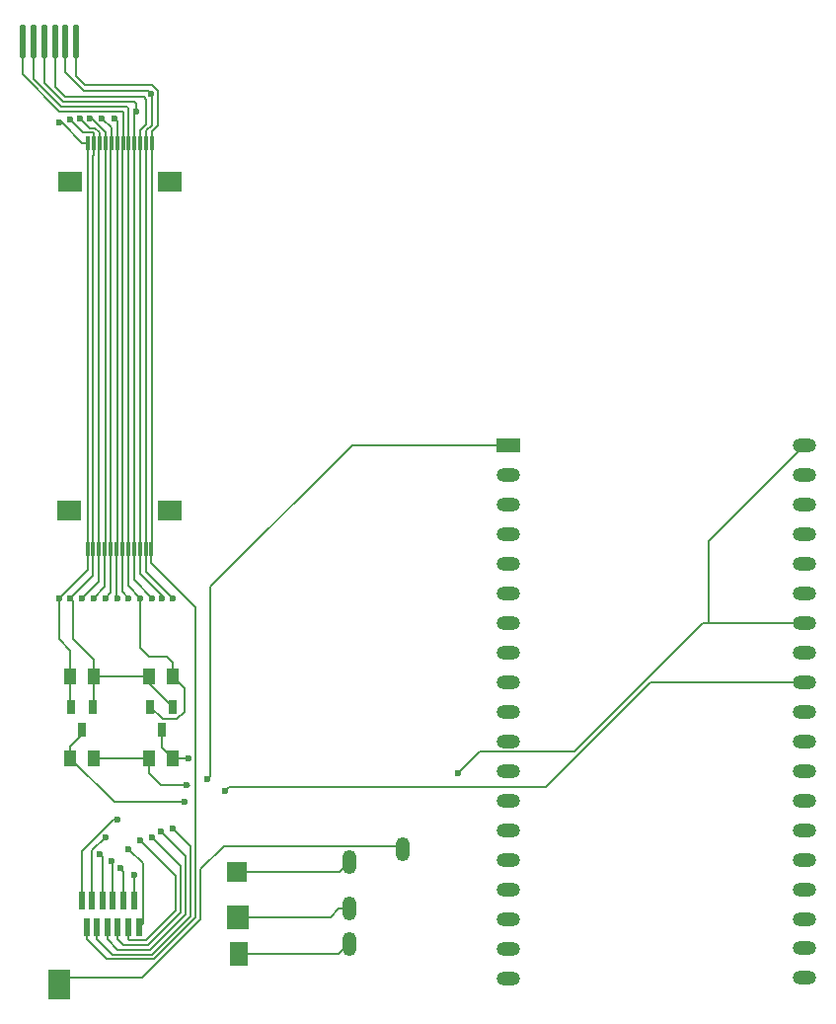
<source format=gbr>
%TF.GenerationSoftware,KiCad,Pcbnew,8.0.4*%
%TF.CreationDate,2025-09-19T21:11:49+01:00*%
%TF.ProjectId,devboard,64657662-6f61-4726-942e-6b696361645f,rev?*%
%TF.SameCoordinates,Original*%
%TF.FileFunction,Copper,L1,Top*%
%TF.FilePolarity,Positive*%
%FSLAX46Y46*%
G04 Gerber Fmt 4.6, Leading zero omitted, Abs format (unit mm)*
G04 Created by KiCad (PCBNEW 8.0.4) date 2025-09-19 21:11:49*
%MOMM*%
%LPD*%
G01*
G04 APERTURE LIST*
G04 Aperture macros list*
%AMRoundRect*
0 Rectangle with rounded corners*
0 $1 Rounding radius*
0 $2 $3 $4 $5 $6 $7 $8 $9 X,Y pos of 4 corners*
0 Add a 4 corners polygon primitive as box body*
4,1,4,$2,$3,$4,$5,$6,$7,$8,$9,$2,$3,0*
0 Add four circle primitives for the rounded corners*
1,1,$1+$1,$2,$3*
1,1,$1+$1,$4,$5*
1,1,$1+$1,$6,$7*
1,1,$1+$1,$8,$9*
0 Add four rect primitives between the rounded corners*
20,1,$1+$1,$2,$3,$4,$5,0*
20,1,$1+$1,$4,$5,$6,$7,0*
20,1,$1+$1,$6,$7,$8,$9,0*
20,1,$1+$1,$8,$9,$2,$3,0*%
G04 Aperture macros list end*
%TA.AperFunction,SMDPad,CuDef*%
%ADD10R,1.132537X1.377013*%
%TD*%
%TA.AperFunction,ComponentPad*%
%ADD11R,2.000000X1.200000*%
%TD*%
%TA.AperFunction,ComponentPad*%
%ADD12O,2.000000X1.200000*%
%TD*%
%TA.AperFunction,SMDPad,CuDef*%
%ADD13R,1.775000X1.700000*%
%TD*%
%TA.AperFunction,SMDPad,CuDef*%
%ADD14R,1.925000X2.125000*%
%TD*%
%TA.AperFunction,SMDPad,CuDef*%
%ADD15R,1.900000X2.600000*%
%TD*%
%TA.AperFunction,SMDPad,CuDef*%
%ADD16R,1.625000X2.025000*%
%TD*%
%TA.AperFunction,SMDPad,CuDef*%
%ADD17R,0.600000X1.600000*%
%TD*%
%TA.AperFunction,SMDPad,CuDef*%
%ADD18R,0.700000X1.250013*%
%TD*%
%TA.AperFunction,SMDPad,CuDef*%
%ADD19RoundRect,0.117500X0.117500X1.332500X-0.117500X1.332500X-0.117500X-1.332500X0.117500X-1.332500X0*%
%TD*%
%TA.AperFunction,SMDPad,CuDef*%
%ADD20R,0.300000X1.200000*%
%TD*%
%TA.AperFunction,SMDPad,CuDef*%
%ADD21R,2.000000X1.800000*%
%TD*%
%TA.AperFunction,ComponentPad*%
%ADD22O,1.200000X2.100000*%
%TD*%
%TA.AperFunction,ViaPad*%
%ADD23C,0.600000*%
%TD*%
%TA.AperFunction,Conductor*%
%ADD24C,0.200000*%
%TD*%
G04 APERTURE END LIST*
D10*
%TO.P,R2,1,1*%
%TO.N,/PSPRX*%
X164750000Y-107500000D03*
%TO.P,R2,2,2*%
%TO.N,/PSP_UART_VCC*%
X166750000Y-107500000D03*
%TD*%
D11*
%TO.P,U7,1,3V3*%
%TO.N,/OUT_UART_VCC*%
X202350000Y-87610000D03*
D12*
%TO.P,U7,2,CHIP_PU*%
%TO.N,unconnected-(U7-CHIP_PU-Pad2)*%
X202350000Y-90150000D03*
%TO.P,U7,3,SENSOR_VP/GPIO36/ADC1_CH0*%
%TO.N,unconnected-(U7-SENSOR_VP{slash}GPIO36{slash}ADC1_CH0-Pad3)*%
X202350000Y-92690000D03*
%TO.P,U7,4,SENSOR_VN/GPIO39/ADC1_CH3*%
%TO.N,unconnected-(U7-SENSOR_VN{slash}GPIO39{slash}ADC1_CH3-Pad4)*%
X202350000Y-95230000D03*
%TO.P,U7,5,VDET_1/GPIO34/ADC1_CH6*%
%TO.N,unconnected-(U7-VDET_1{slash}GPIO34{slash}ADC1_CH6-Pad5)*%
X202350000Y-97770000D03*
%TO.P,U7,6,VDET_2/GPIO35/ADC1_CH7*%
%TO.N,unconnected-(U7-VDET_2{slash}GPIO35{slash}ADC1_CH7-Pad6)*%
X202350000Y-100310000D03*
%TO.P,U7,7,32K_XP/GPIO32/ADC1_CH4*%
%TO.N,unconnected-(U7-32K_XP{slash}GPIO32{slash}ADC1_CH4-Pad7)*%
X202350000Y-102850000D03*
%TO.P,U7,8,32K_XN/GPIO33/ADC1_CH5*%
%TO.N,unconnected-(U7-32K_XN{slash}GPIO33{slash}ADC1_CH5-Pad8)*%
X202350000Y-105390000D03*
%TO.P,U7,9,DAC_1/ADC2_CH8/GPIO25*%
%TO.N,unconnected-(U7-DAC_1{slash}ADC2_CH8{slash}GPIO25-Pad9)*%
X202350000Y-107930000D03*
%TO.P,U7,10,DAC_2/ADC2_CH9/GPIO26*%
%TO.N,unconnected-(U7-DAC_2{slash}ADC2_CH9{slash}GPIO26-Pad10)*%
X202350000Y-110470000D03*
%TO.P,U7,11,ADC2_CH7/GPIO27*%
%TO.N,unconnected-(U7-ADC2_CH7{slash}GPIO27-Pad11)*%
X202350000Y-113010000D03*
%TO.P,U7,12,MTMS/GPIO14/ADC2_CH6*%
%TO.N,unconnected-(U7-MTMS{slash}GPIO14{slash}ADC2_CH6-Pad12)*%
X202350000Y-115550000D03*
%TO.P,U7,13,MTDI/GPIO12/ADC2_CH5*%
%TO.N,unconnected-(U7-MTDI{slash}GPIO12{slash}ADC2_CH5-Pad13)*%
X202350000Y-118090000D03*
%TO.P,U7,14,GND*%
%TO.N,/GND*%
X202350000Y-120630000D03*
%TO.P,U7,15,MTCK/GPIO13/ADC2_CH4*%
%TO.N,unconnected-(U7-MTCK{slash}GPIO13{slash}ADC2_CH4-Pad15)*%
X202350000Y-123170000D03*
%TO.P,U7,16,SD_DATA2/GPIO9*%
%TO.N,unconnected-(U7-SD_DATA2{slash}GPIO9-Pad16)*%
X202350000Y-125710000D03*
%TO.P,U7,17,SD_DATA3/GPIO10*%
%TO.N,unconnected-(U7-SD_DATA3{slash}GPIO10-Pad17)*%
X202350000Y-128250000D03*
%TO.P,U7,18,CMD*%
%TO.N,unconnected-(U7-CMD-Pad18)*%
X202350000Y-130790000D03*
%TO.P,U7,19,5V*%
%TO.N,unconnected-(U7-5V-Pad19)*%
X202350000Y-133330000D03*
%TO.P,U7,20,SD_CLK/GPIO6*%
%TO.N,unconnected-(U7-SD_CLK{slash}GPIO6-Pad20)*%
X227746320Y-133327280D03*
%TO.P,U7,21,SD_DATA0/GPIO7*%
%TO.N,unconnected-(U7-SD_DATA0{slash}GPIO7-Pad21)*%
X227746320Y-130787280D03*
%TO.P,U7,22,SD_DATA1/GPIO8*%
%TO.N,unconnected-(U7-SD_DATA1{slash}GPIO8-Pad22)*%
X227750000Y-128250000D03*
%TO.P,U7,23,MTDO/GPIO15/ADC2_CH3*%
%TO.N,unconnected-(U7-MTDO{slash}GPIO15{slash}ADC2_CH3-Pad23)*%
X227750000Y-125710000D03*
%TO.P,U7,24,ADC2_CH2/GPIO2*%
%TO.N,unconnected-(U7-ADC2_CH2{slash}GPIO2-Pad24)*%
X227750000Y-123170000D03*
%TO.P,U7,25,GPIO0/BOOT/ADC2_CH1*%
%TO.N,unconnected-(U7-GPIO0{slash}BOOT{slash}ADC2_CH1-Pad25)*%
X227750000Y-120630000D03*
%TO.P,U7,26,ADC2_CH0/GPIO4*%
%TO.N,unconnected-(U7-ADC2_CH0{slash}GPIO4-Pad26)*%
X227750000Y-118090000D03*
%TO.P,U7,27,GPIO16*%
%TO.N,/OUT_PSPTX*%
X227750000Y-115550000D03*
%TO.P,U7,28,GPIO17*%
%TO.N,unconnected-(U7-GPIO17-Pad28)*%
X227750000Y-113010000D03*
%TO.P,U7,29,GPIO5*%
%TO.N,unconnected-(U7-GPIO5-Pad29)*%
X227750000Y-110470000D03*
%TO.P,U7,30,GPIO18*%
%TO.N,/OUT_PSPRX*%
X227750000Y-107930000D03*
%TO.P,U7,31,GPIO19*%
%TO.N,unconnected-(U7-GPIO19-Pad31)*%
X227750000Y-105390000D03*
%TO.P,U7,32,GND*%
%TO.N,/GND*%
X227750000Y-102850000D03*
%TO.P,U7,33,GPIO21*%
%TO.N,unconnected-(U7-GPIO21-Pad33)*%
X227750000Y-100310000D03*
%TO.P,U7,34,U0RXD/GPIO3*%
%TO.N,unconnected-(U7-U0RXD{slash}GPIO3-Pad34)*%
X227750000Y-97770000D03*
%TO.P,U7,35,U0TXD/GPIO1*%
%TO.N,unconnected-(U7-U0TXD{slash}GPIO1-Pad35)*%
X227750000Y-95230000D03*
%TO.P,U7,36,GPIO22*%
%TO.N,unconnected-(U7-GPIO22-Pad36)*%
X227750000Y-92690000D03*
%TO.P,U7,37,GPIO23*%
%TO.N,unconnected-(U7-GPIO23-Pad37)*%
X227750000Y-90150000D03*
%TO.P,U7,38,GND*%
%TO.N,/GND*%
X227750000Y-87610000D03*
%TD*%
D10*
%TO.P,R1,1,1*%
%TO.N,/OUT_PSPRX*%
X164750000Y-114500000D03*
%TO.P,R1,2,2*%
%TO.N,/OUT_UART_VCC*%
X166750000Y-114500000D03*
%TD*%
D13*
%TO.P,U6,1,1*%
%TO.N,/audio1*%
X179009706Y-124225000D03*
D14*
%TO.P,U6,2,2*%
%TO.N,/audio2*%
X179084706Y-128087500D03*
D15*
%TO.P,U6,3,3*%
%TO.N,/audio3*%
X163772206Y-133875000D03*
D16*
%TO.P,U6,4,4*%
%TO.N,/audio4*%
X179234706Y-131262500D03*
D17*
%TO.P,U6,5,MIC*%
%TO.N,/PSPMICIN*%
X170622206Y-129000000D03*
%TO.P,U6,6,RMC_RXD*%
%TO.N,/PSPTX*%
X169722206Y-129000000D03*
%TO.P,U6,7,DGND*%
%TO.N,/GND*%
X168822206Y-129000000D03*
%TO.P,U6,8,Y*%
%TO.N,/LUMA_Y*%
X167922206Y-129000000D03*
%TO.P,U6,9,VGND*%
%TO.N,/GND*%
X167022206Y-129000000D03*
%TO.P,U6,10,Cr*%
%TO.N,/RED_LUMA_PR*%
X166122206Y-129000000D03*
%TO.P,U6,11,RMC_TXD*%
%TO.N,/PSPRX*%
X170197206Y-126675000D03*
%TO.P,U6,12,RMC_VCC*%
%TO.N,/PSP_UART_VCC*%
X169297206Y-126675000D03*
%TO.P,U6,13,Vid_Detect*%
%TO.N,/PSP_VIDEO_DETECT*%
X168397206Y-126675000D03*
%TO.P,U6,14,Wake*%
%TO.N,/PSP_WAKE*%
X167497206Y-126675000D03*
%TO.P,U6,15,Cb*%
%TO.N,/PSP_BLUE_LUME_PB*%
X166597206Y-126675000D03*
%TO.P,U6,16,VGND*%
%TO.N,/GND*%
X165697206Y-126675000D03*
%TD*%
D18*
%TO.P,U5,1,G*%
%TO.N,/PSP_UART_VCC*%
X173500000Y-110050038D03*
%TO.P,U5,2,S*%
%TO.N,/PSPTX*%
X171600076Y-110050038D03*
%TO.P,U5,3,D*%
%TO.N,/OUT_PSPTX*%
X172550038Y-112050038D03*
%TD*%
%TO.P,U4,1,G*%
%TO.N,/PSP_UART_VCC*%
X166699962Y-110050038D03*
%TO.P,U4,2,S*%
%TO.N,/PSPRX*%
X164800038Y-110050038D03*
%TO.P,U4,3,D*%
%TO.N,/OUT_PSPRX*%
X165750000Y-112050038D03*
%TD*%
D10*
%TO.P,R3,1,1*%
%TO.N,/PSPTX*%
X173500000Y-107500000D03*
%TO.P,R3,2,2*%
%TO.N,/PSP_UART_VCC*%
X171500000Y-107500000D03*
%TD*%
D19*
%TO.P,U1,1,MIC_IN*%
%TO.N,/PSPMICIN*%
X160650000Y-53000000D03*
%TO.P,U1,2,UART4_TX*%
%TO.N,/PSPTX*%
X161570000Y-53000000D03*
%TO.P,U1,3,UART_GND*%
%TO.N,/GND*%
X162490000Y-53000000D03*
%TO.P,U1,4,LUMA_(Y)*%
%TO.N,/LUMA_Y*%
X163410000Y-53000000D03*
%TO.P,U1,5,VIDEO_GND*%
%TO.N,/GND*%
X164330000Y-53000000D03*
%TO.P,U1,6,RED/LUMA_(Pr)*%
%TO.N,/RED_LUMA_PR*%
X165250000Y-53000000D03*
%TD*%
D20*
%TO.P,U2,1,1*%
%TO.N,/RED_LUMA_PR*%
X171750064Y-61754001D03*
%TO.P,U2,2,2*%
%TO.N,/GND*%
X171249936Y-61754001D03*
%TO.P,U2,3,3*%
%TO.N,/LUMA_Y*%
X170750064Y-61754001D03*
%TO.P,U2,4,4*%
%TO.N,/GND*%
X170249936Y-61754001D03*
%TO.P,U2,5,5*%
%TO.N,/PSPTX*%
X169750064Y-61754001D03*
%TO.P,U2,6,6*%
%TO.N,/PSPMICIN*%
X169249936Y-61754001D03*
%TO.P,U2,7,7*%
%TO.N,/GND*%
X168750064Y-61754001D03*
%TO.P,U2,8,8*%
%TO.N,/PSP_BLUE_LUME_PB*%
X168249936Y-61754001D03*
%TO.P,U2,9,9*%
%TO.N,/PSP_WAKE*%
X167750064Y-61754001D03*
%TO.P,U2,10,10*%
%TO.N,/PSP_VIDEO_DETECT*%
X167249936Y-61754001D03*
%TO.P,U2,11,11*%
%TO.N,/PSP_UART_VCC*%
X166750064Y-61754001D03*
%TO.P,U2,12,12*%
%TO.N,/PSPRX*%
X166249936Y-61754001D03*
D21*
%TO.P,U2,13,13*%
%TO.N,unconnected-(U2-Pad13)*%
X164700025Y-65003937D03*
%TO.P,U2,14,14*%
%TO.N,unconnected-(U2-Pad14)*%
X173299975Y-65003937D03*
%TD*%
D10*
%TO.P,R4,1,1*%
%TO.N,/OUT_PSPTX*%
X173500000Y-114500000D03*
%TO.P,R4,2,2*%
%TO.N,/OUT_UART_VCC*%
X171500000Y-114500000D03*
%TD*%
D20*
%TO.P,U3,1,1*%
%TO.N,/PSPRX*%
X166199961Y-96499936D03*
%TO.P,U3,2,2*%
%TO.N,/PSP_UART_VCC*%
X166700089Y-96499936D03*
%TO.P,U3,3,3*%
%TO.N,/PSP_VIDEO_DETECT*%
X167199961Y-96499936D03*
%TO.P,U3,4,4*%
%TO.N,/PSP_WAKE*%
X167700089Y-96499936D03*
%TO.P,U3,5,5*%
%TO.N,/PSP_BLUE_LUME_PB*%
X168199961Y-96499936D03*
%TO.P,U3,6,6*%
%TO.N,/GND*%
X168700089Y-96499936D03*
%TO.P,U3,7,7*%
%TO.N,/PSPMICIN*%
X169199961Y-96499936D03*
%TO.P,U3,8,8*%
%TO.N,/PSPTX*%
X169700089Y-96499936D03*
%TO.P,U3,9,9*%
%TO.N,/GND*%
X170199961Y-96499936D03*
%TO.P,U3,10,10*%
%TO.N,/LUMA_Y*%
X170700089Y-96499936D03*
%TO.P,U3,11,11*%
%TO.N,/GND*%
X171199961Y-96499936D03*
%TO.P,U3,12,12*%
%TO.N,/RED_LUMA_PR*%
X171700089Y-96499936D03*
D21*
%TO.P,U3,13,13*%
%TO.N,unconnected-(U3-Pad13)*%
X173250000Y-93250000D03*
%TO.P,U3,14,14*%
%TO.N,unconnected-(U3-Pad14)*%
X164650050Y-93250000D03*
%TD*%
D22*
%TO.P,U8,A,A*%
%TO.N,/audio3*%
X193240387Y-122299975D03*
%TO.P,U8,B,B*%
%TO.N,/audio4*%
X188640437Y-130400051D03*
%TO.P,U8,C,C*%
%TO.N,/audio2*%
X188640437Y-127400051D03*
%TO.P,U8,D,D*%
%TO.N,/audio1*%
X188640437Y-123400051D03*
%TD*%
D23*
%TO.N,/OUT_UART_VCC*%
X174750000Y-116750000D03*
X176500000Y-116250000D03*
%TO.N,/OUT_PSPRX*%
X178000000Y-117250000D03*
X174500000Y-118250000D03*
%TO.N,/PSPRX*%
X170250000Y-124500000D03*
X163750000Y-60000000D03*
X163750000Y-100750000D03*
%TO.N,/PSP_UART_VCC*%
X164750000Y-100750000D03*
X169000000Y-123900000D03*
X164750000Y-59750000D03*
%TO.N,/PSPTX*%
X170750000Y-100750000D03*
X170750000Y-121500000D03*
%TO.N,/OUT_PSPTX*%
X174900000Y-114500000D03*
%TO.N,/PSP_BLUE_LUME_PB*%
X167750000Y-121250000D03*
X167750000Y-100750000D03*
X167425834Y-59600000D03*
%TO.N,/PSP_WAKE*%
X167250000Y-122700000D03*
X166750000Y-100750000D03*
X166384341Y-59600000D03*
%TO.N,/GND*%
X168500000Y-59600000D03*
X168750000Y-100750000D03*
X171750000Y-100750000D03*
X171750000Y-121250000D03*
X168750000Y-119750000D03*
X171650000Y-57500000D03*
X198000000Y-115750000D03*
X170350064Y-59000000D03*
X173500000Y-120500000D03*
X173500000Y-100750000D03*
%TO.N,/PSP_VIDEO_DETECT*%
X168250000Y-123300000D03*
X165750000Y-100750000D03*
X165535813Y-59600000D03*
%TO.N,/LUMA_Y*%
X172500000Y-120750000D03*
X172550003Y-100750000D03*
%TO.N,/PSPMICIN*%
X169750000Y-122250000D03*
X169750000Y-100750000D03*
%TD*%
D24*
%TO.N,/OUT_UART_VCC*%
X171500000Y-114500000D02*
X171500000Y-115750000D01*
X176500000Y-116250000D02*
X176750000Y-116000000D01*
X166750000Y-114500000D02*
X171500000Y-114500000D01*
X188890000Y-87610000D02*
X202350000Y-87610000D01*
X176750000Y-116000000D02*
X176750000Y-99750000D01*
X171500000Y-115750000D02*
X172500000Y-116750000D01*
X176750000Y-99750000D02*
X188890000Y-87610000D01*
X172500000Y-116750000D02*
X175000000Y-116750000D01*
%TO.N,/OUT_PSPRX*%
X214500000Y-107930000D02*
X227750000Y-107930000D01*
X165750000Y-112050038D02*
X165750000Y-112500000D01*
X164750000Y-113500000D02*
X164750000Y-114500000D01*
X168500000Y-118250000D02*
X174500000Y-118250000D01*
X178000000Y-117250000D02*
X178310000Y-116940000D01*
X165750000Y-112500000D02*
X164750000Y-113500000D01*
X205490000Y-116940000D02*
X214500000Y-107930000D01*
X164750000Y-114500000D02*
X168500000Y-118250000D01*
X178310000Y-116940000D02*
X205490000Y-116940000D01*
%TO.N,/PSPRX*%
X163750000Y-60000000D02*
X164000000Y-60000000D01*
X170197206Y-126675000D02*
X170197206Y-124552794D01*
X164750000Y-110000000D02*
X164800038Y-110050038D01*
X164000000Y-60000000D02*
X165754001Y-61754001D01*
X163750000Y-104250000D02*
X163750000Y-100750000D01*
X165754001Y-61754001D02*
X166249936Y-61754001D01*
X166199961Y-61803976D02*
X166249936Y-61754001D01*
X166199961Y-98300039D02*
X166199961Y-96499936D01*
X164750000Y-107500000D02*
X164750000Y-110000000D01*
X164750000Y-107500000D02*
X164750000Y-105250000D01*
X170197206Y-124552794D02*
X170250000Y-124500000D01*
X164750000Y-105250000D02*
X163750000Y-104250000D01*
X163750000Y-100750000D02*
X166199961Y-98300039D01*
X166199961Y-96499936D02*
X166199961Y-61803976D01*
%TO.N,/PSP_UART_VCC*%
X169297206Y-124197206D02*
X169000000Y-123900000D01*
X166750064Y-61754001D02*
X166750064Y-62749936D01*
X164750000Y-100750000D02*
X165000000Y-101000000D01*
X164750000Y-59750000D02*
X165854001Y-60854001D01*
X165000000Y-104250000D02*
X166750000Y-106000000D01*
X171500000Y-107500000D02*
X166750000Y-107500000D01*
X171500000Y-107500000D02*
X171500000Y-108050038D01*
X164750000Y-100750000D02*
X166700089Y-98799911D01*
X166750064Y-62749936D02*
X166700089Y-62799911D01*
X166750000Y-106000000D02*
X166750000Y-107500000D01*
X166699936Y-60854001D02*
X166750064Y-60904129D01*
X171500000Y-108050038D02*
X173500000Y-110050038D01*
X166750000Y-107500000D02*
X166750000Y-110000000D01*
X166750000Y-110000000D02*
X166699962Y-110050038D01*
X166750064Y-60904129D02*
X166750064Y-61754001D01*
X165854001Y-60854001D02*
X166699936Y-60854001D01*
X165000000Y-101000000D02*
X165000000Y-104250000D01*
X166700089Y-62799911D02*
X166700089Y-96499936D01*
X169297206Y-126675000D02*
X169297206Y-124197206D01*
X166700089Y-98799911D02*
X166700089Y-96499936D01*
%TO.N,/PSPTX*%
X171222206Y-130100000D02*
X173812705Y-127509501D01*
X171500000Y-109949962D02*
X171600076Y-110050038D01*
X172675070Y-111125032D02*
X173874968Y-111125032D01*
X169600000Y-58600000D02*
X169750064Y-58750064D01*
X163968628Y-58600000D02*
X169600000Y-58600000D01*
X174500000Y-108500000D02*
X173500000Y-107500000D01*
X173874968Y-111125032D02*
X174500000Y-110500000D01*
X170750000Y-105000000D02*
X171500000Y-105750000D01*
X161570000Y-53000000D02*
X161570000Y-56201372D01*
X169700089Y-62799911D02*
X169700089Y-96499936D01*
X169822206Y-130100000D02*
X171222206Y-130100000D01*
X169722206Y-130000000D02*
X169822206Y-130100000D01*
X169750064Y-62749936D02*
X169700089Y-62799911D01*
X170750000Y-121500000D02*
X173812705Y-124562705D01*
X171600076Y-110050038D02*
X172675070Y-111125032D01*
X169750064Y-58750064D02*
X169750064Y-61754001D01*
X174500000Y-110500000D02*
X174500000Y-108500000D01*
X173000000Y-105750000D02*
X173500000Y-106250000D01*
X171500000Y-105750000D02*
X173000000Y-105750000D01*
X173812705Y-127509501D02*
X173812705Y-124562705D01*
X169750064Y-61754001D02*
X169750064Y-62749936D01*
X169700089Y-96499936D02*
X169700089Y-99700089D01*
X169700089Y-99700089D02*
X170750000Y-100750000D01*
X161570000Y-56201372D02*
X163968628Y-58600000D01*
X173500000Y-106250000D02*
X173500000Y-107500000D01*
X170750000Y-100750000D02*
X170750000Y-105000000D01*
X169722206Y-129000000D02*
X169722206Y-130000000D01*
%TO.N,/OUT_PSPTX*%
X173500000Y-114500000D02*
X174900000Y-114500000D01*
X172550038Y-113550038D02*
X173500000Y-114500000D01*
X172550038Y-112050038D02*
X172550038Y-113550038D01*
%TO.N,/PSP_BLUE_LUME_PB*%
X168199961Y-96499936D02*
X168199961Y-100300039D01*
X168199961Y-61803976D02*
X168249936Y-61754001D01*
X167425834Y-59600000D02*
X168249936Y-60424102D01*
X166597206Y-126675000D02*
X166597206Y-122402794D01*
X168249936Y-60424102D02*
X168249936Y-61754001D01*
X166597206Y-122402794D02*
X167750000Y-121250000D01*
X168199961Y-96499936D02*
X168199961Y-61803976D01*
X168199961Y-100300039D02*
X167750000Y-100750000D01*
%TO.N,/PSP_WAKE*%
X166750000Y-100750000D02*
X167700089Y-99799911D01*
X167497206Y-126675000D02*
X167497206Y-122947206D01*
X167700089Y-99799911D02*
X167700089Y-96499936D01*
X167750064Y-60772757D02*
X167750064Y-61754001D01*
X167750064Y-96449961D02*
X167700089Y-96499936D01*
X166384341Y-59600000D02*
X166577307Y-59600000D01*
X167497206Y-122947206D02*
X167250000Y-122700000D01*
X167750064Y-61754001D02*
X167750064Y-96449961D01*
X166577307Y-59600000D02*
X167750064Y-60772757D01*
%TO.N,/GND*%
X171650000Y-57500000D02*
X171750000Y-57600000D01*
X170350064Y-58350064D02*
X170350064Y-59000000D01*
X168750064Y-61754001D02*
X168750064Y-96449961D01*
X169322206Y-130500000D02*
X171387892Y-130500000D01*
X170199961Y-99199961D02*
X171750000Y-100750000D01*
X165934314Y-57250000D02*
X164330000Y-55645686D01*
X207954314Y-113910000D02*
X219014314Y-102850000D01*
X227750000Y-87610000D02*
X219500000Y-95860000D01*
X164134314Y-58200000D02*
X170200000Y-58200000D01*
X165697206Y-126675000D02*
X165697206Y-122454265D01*
X168822206Y-129000000D02*
X168822206Y-130000000D01*
X171750000Y-57600000D02*
X171750000Y-60184314D01*
X174212705Y-123712705D02*
X171750000Y-121250000D01*
X175012705Y-122012705D02*
X173500000Y-120500000D01*
X168700089Y-100700089D02*
X168750000Y-100750000D01*
X168401471Y-119750000D02*
X168750000Y-119750000D01*
X171199961Y-96499936D02*
X171199961Y-98449961D01*
X168750064Y-96449961D02*
X168700089Y-96499936D01*
X170199961Y-61803976D02*
X170249936Y-61754001D01*
X162490000Y-53000000D02*
X162490000Y-56555686D01*
X174212705Y-127675187D02*
X174212705Y-123712705D01*
X171650000Y-57500000D02*
X171400000Y-57250000D01*
X162490000Y-56555686D02*
X164134314Y-58200000D01*
X171400000Y-57250000D02*
X165934314Y-57250000D01*
X171199961Y-96499936D02*
X171199961Y-61803976D01*
X168322206Y-131300000D02*
X171765686Y-131300000D01*
X219014314Y-102850000D02*
X219500000Y-102850000D01*
X170199961Y-96499936D02*
X170199961Y-61803976D01*
X165697206Y-122454265D02*
X168401471Y-119750000D01*
X219500000Y-95860000D02*
X219500000Y-102850000D01*
X170350064Y-59000000D02*
X170249936Y-59100128D01*
X171750000Y-60184314D02*
X171249936Y-60684378D01*
X170199961Y-96499936D02*
X170199961Y-99199961D01*
X168750064Y-59850064D02*
X168750064Y-61754001D01*
X171765686Y-131300000D02*
X175012705Y-128052981D01*
X168500000Y-59600000D02*
X168750064Y-59850064D01*
X171249936Y-60684378D02*
X171249936Y-61754001D01*
X167022206Y-129000000D02*
X167022206Y-130000000D01*
X199840000Y-113910000D02*
X207954314Y-113910000D01*
X175012705Y-128052981D02*
X175012705Y-122012705D01*
X168822206Y-130000000D02*
X169322206Y-130500000D01*
X171199961Y-61803976D02*
X171249936Y-61754001D01*
X171199961Y-98449961D02*
X173500000Y-100750000D01*
X167022206Y-130000000D02*
X168322206Y-131300000D01*
X170200000Y-58200000D02*
X170350064Y-58350064D01*
X164330000Y-55645686D02*
X164330000Y-53000000D01*
X198000000Y-115750000D02*
X199840000Y-113910000D01*
X168700089Y-96499936D02*
X168700089Y-100700089D01*
X170249936Y-59100128D02*
X170249936Y-61754001D01*
X219500000Y-102850000D02*
X227750000Y-102850000D01*
X171387892Y-130500000D02*
X174212705Y-127675187D01*
%TO.N,/PSP_VIDEO_DETECT*%
X166389814Y-60454001D02*
X166865622Y-60454001D01*
X167249936Y-60838315D02*
X167249936Y-61754001D01*
X168397206Y-123447206D02*
X168250000Y-123300000D01*
X167199961Y-96499936D02*
X167199961Y-61803976D01*
X168397206Y-126675000D02*
X168397206Y-123447206D01*
X165750000Y-100750000D02*
X167199961Y-99300039D01*
X167199961Y-61803976D02*
X167249936Y-61754001D01*
X167199961Y-99300039D02*
X167199961Y-96499936D01*
X166865622Y-60454001D02*
X167249936Y-60838315D01*
X165535813Y-59600000D02*
X166389814Y-60454001D01*
%TO.N,/LUMA_Y*%
X174612705Y-122862705D02*
X172500000Y-120750000D01*
X163410000Y-53000000D02*
X163410000Y-56910000D01*
X170750064Y-60618564D02*
X170750064Y-61754001D01*
X170700089Y-98700089D02*
X172550003Y-100550003D01*
X170700089Y-96499936D02*
X170700089Y-98700089D01*
X167922206Y-129000000D02*
X167922206Y-130000000D01*
X171250000Y-60118628D02*
X170750064Y-60618564D01*
X174612705Y-127887295D02*
X174612705Y-122862705D01*
X170750064Y-61754001D02*
X170750064Y-96449961D01*
X163410000Y-56910000D02*
X164300000Y-57800000D01*
X171600000Y-130900000D02*
X174612705Y-127887295D01*
X171250000Y-58000000D02*
X171250000Y-60118628D01*
X168822206Y-130900000D02*
X171600000Y-130900000D01*
X171050000Y-57800000D02*
X171250000Y-58000000D01*
X167922206Y-130000000D02*
X168822206Y-130900000D01*
X172550003Y-100550003D02*
X172550003Y-100750000D01*
X170750064Y-96449961D02*
X170700089Y-96499936D01*
X164300000Y-57800000D02*
X171050000Y-57800000D01*
%TO.N,/RED_LUMA_PR*%
X171750064Y-60749936D02*
X171750064Y-61754001D01*
X175500000Y-101500000D02*
X175500000Y-128131372D01*
X171700089Y-97700089D02*
X175500000Y-101500000D01*
X172250000Y-57250000D02*
X172250000Y-60250000D01*
X171750000Y-96450025D02*
X171700089Y-96499936D01*
X167822206Y-131700000D02*
X166122206Y-130000000D01*
X165250000Y-56000000D02*
X166000000Y-56750000D01*
X171931372Y-131700000D02*
X167822206Y-131700000D01*
X171750064Y-95749936D02*
X171750000Y-95750000D01*
X175500000Y-128131372D02*
X171931372Y-131700000D01*
X165250000Y-53000000D02*
X165250000Y-56000000D01*
X171750064Y-61754001D02*
X171750064Y-95749936D01*
X171750000Y-56750000D02*
X172250000Y-57250000D01*
X171750000Y-95750000D02*
X171750000Y-96450025D01*
X166000000Y-56750000D02*
X171750000Y-56750000D01*
X166122206Y-130000000D02*
X166122206Y-129000000D01*
X172250000Y-60250000D02*
X171750064Y-60749936D01*
X171700089Y-96499936D02*
X171700089Y-97700089D01*
%TO.N,/PSPMICIN*%
X169199961Y-61803976D02*
X169249936Y-61754001D01*
X169249936Y-59000064D02*
X169249936Y-61754001D01*
X170966695Y-125269689D02*
X170952411Y-125064200D01*
X170952411Y-123452411D02*
X169750000Y-122250000D01*
X160650000Y-55847058D02*
X163802942Y-59000000D01*
X169250000Y-59000000D02*
X169249936Y-59000064D01*
X170952411Y-125064200D02*
X170952411Y-123452411D01*
X169199961Y-96499936D02*
X169199961Y-100199961D01*
X160650000Y-53000000D02*
X160650000Y-55847058D01*
X170966695Y-128655511D02*
X170966695Y-125269689D01*
X170622206Y-129000000D02*
X170966695Y-128655511D01*
X169199961Y-100199961D02*
X169750000Y-100750000D01*
X163802942Y-59000000D02*
X169250000Y-59000000D01*
X169199961Y-96499936D02*
X169199961Y-61803976D01*
%TO.N,/audio4*%
X188640437Y-130400051D02*
X187777988Y-131262500D01*
X187777988Y-131262500D02*
X179234706Y-131262500D01*
%TO.N,/audio3*%
X163772206Y-133875000D02*
X164333592Y-133313614D01*
X170883444Y-133313614D02*
X175900000Y-128297058D01*
X177900000Y-122000000D02*
X192940412Y-122000000D01*
X164333592Y-133313614D02*
X170883444Y-133313614D01*
X175900000Y-124000000D02*
X177900000Y-122000000D01*
X192940412Y-122000000D02*
X193240387Y-122299975D01*
X175900000Y-128297058D02*
X175900000Y-124000000D01*
%TO.N,/audio2*%
X179084706Y-128087500D02*
X187058347Y-128087500D01*
X187745796Y-127400051D02*
X187058347Y-128087500D01*
X188640437Y-127400051D02*
X187745796Y-127400051D01*
%TO.N,/audio1*%
X187815488Y-124225000D02*
X188640437Y-123400051D01*
X179009706Y-124225000D02*
X187815488Y-124225000D01*
%TD*%
M02*

</source>
